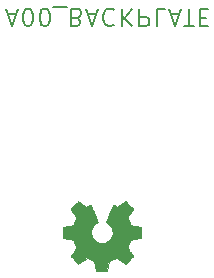
<source format=gbr>
G04 #@! TF.GenerationSoftware,KiCad,Pcbnew,5.1.5-52549c5~86~ubuntu18.04.1*
G04 #@! TF.CreationDate,2020-08-18T13:39:39-05:00*
G04 #@! TF.ProjectId,A00,4130302e-6b69-4636-9164-5f7063625858,rev?*
G04 #@! TF.SameCoordinates,Original*
G04 #@! TF.FileFunction,Legend,Bot*
G04 #@! TF.FilePolarity,Positive*
%FSLAX46Y46*%
G04 Gerber Fmt 4.6, Leading zero omitted, Abs format (unit mm)*
G04 Created by KiCad (PCBNEW 5.1.5-52549c5~86~ubuntu18.04.1) date 2020-08-18 13:39:39*
%MOMM*%
%LPD*%
G04 APERTURE LIST*
%ADD10C,0.150000*%
%ADD11C,0.010000*%
G04 APERTURE END LIST*
D10*
X114207400Y-100867400D02*
X114921685Y-100867400D01*
X114064542Y-100438828D02*
X114564542Y-101938828D01*
X115064542Y-100438828D01*
X115850257Y-101938828D02*
X115993114Y-101938828D01*
X116135971Y-101867400D01*
X116207400Y-101795971D01*
X116278828Y-101653114D01*
X116350257Y-101367400D01*
X116350257Y-101010257D01*
X116278828Y-100724542D01*
X116207400Y-100581685D01*
X116135971Y-100510257D01*
X115993114Y-100438828D01*
X115850257Y-100438828D01*
X115707400Y-100510257D01*
X115635971Y-100581685D01*
X115564542Y-100724542D01*
X115493114Y-101010257D01*
X115493114Y-101367400D01*
X115564542Y-101653114D01*
X115635971Y-101795971D01*
X115707400Y-101867400D01*
X115850257Y-101938828D01*
X117278828Y-101938828D02*
X117421685Y-101938828D01*
X117564542Y-101867400D01*
X117635971Y-101795971D01*
X117707400Y-101653114D01*
X117778828Y-101367400D01*
X117778828Y-101010257D01*
X117707400Y-100724542D01*
X117635971Y-100581685D01*
X117564542Y-100510257D01*
X117421685Y-100438828D01*
X117278828Y-100438828D01*
X117135971Y-100510257D01*
X117064542Y-100581685D01*
X116993114Y-100724542D01*
X116921685Y-101010257D01*
X116921685Y-101367400D01*
X116993114Y-101653114D01*
X117064542Y-101795971D01*
X117135971Y-101867400D01*
X117278828Y-101938828D01*
X118064542Y-100295971D02*
X119207400Y-100295971D01*
X120064542Y-101224542D02*
X120278828Y-101153114D01*
X120350257Y-101081685D01*
X120421685Y-100938828D01*
X120421685Y-100724542D01*
X120350257Y-100581685D01*
X120278828Y-100510257D01*
X120135971Y-100438828D01*
X119564542Y-100438828D01*
X119564542Y-101938828D01*
X120064542Y-101938828D01*
X120207400Y-101867400D01*
X120278828Y-101795971D01*
X120350257Y-101653114D01*
X120350257Y-101510257D01*
X120278828Y-101367400D01*
X120207400Y-101295971D01*
X120064542Y-101224542D01*
X119564542Y-101224542D01*
X120993114Y-100867400D02*
X121707400Y-100867400D01*
X120850257Y-100438828D02*
X121350257Y-101938828D01*
X121850257Y-100438828D01*
X123207400Y-100581685D02*
X123135971Y-100510257D01*
X122921685Y-100438828D01*
X122778828Y-100438828D01*
X122564542Y-100510257D01*
X122421685Y-100653114D01*
X122350257Y-100795971D01*
X122278828Y-101081685D01*
X122278828Y-101295971D01*
X122350257Y-101581685D01*
X122421685Y-101724542D01*
X122564542Y-101867400D01*
X122778828Y-101938828D01*
X122921685Y-101938828D01*
X123135971Y-101867400D01*
X123207400Y-101795971D01*
X123850257Y-100438828D02*
X123850257Y-101938828D01*
X124707400Y-100438828D02*
X124064542Y-101295971D01*
X124707400Y-101938828D02*
X123850257Y-101081685D01*
X125350257Y-100438828D02*
X125350257Y-101938828D01*
X125921685Y-101938828D01*
X126064542Y-101867400D01*
X126135971Y-101795971D01*
X126207400Y-101653114D01*
X126207400Y-101438828D01*
X126135971Y-101295971D01*
X126064542Y-101224542D01*
X125921685Y-101153114D01*
X125350257Y-101153114D01*
X127564542Y-100438828D02*
X126850257Y-100438828D01*
X126850257Y-101938828D01*
X127993114Y-100867400D02*
X128707400Y-100867400D01*
X127850257Y-100438828D02*
X128350257Y-101938828D01*
X128850257Y-100438828D01*
X129135971Y-101938828D02*
X129993114Y-101938828D01*
X129564542Y-100438828D02*
X129564542Y-101938828D01*
X130493114Y-101224542D02*
X130993114Y-101224542D01*
X131207400Y-100438828D02*
X130493114Y-100438828D01*
X130493114Y-101938828D01*
X131207400Y-101938828D01*
D11*
G36*
X122729814Y-122241269D02*
G01*
X122813635Y-121796645D01*
X123122920Y-121669147D01*
X123432206Y-121541649D01*
X123803246Y-121793954D01*
X123907157Y-121864204D01*
X124001087Y-121926928D01*
X124080652Y-121979262D01*
X124141470Y-122018343D01*
X124179157Y-122041307D01*
X124189421Y-122046258D01*
X124207910Y-122033524D01*
X124247420Y-121998318D01*
X124303522Y-121945138D01*
X124371787Y-121878482D01*
X124447786Y-121802846D01*
X124527092Y-121722728D01*
X124605275Y-121642626D01*
X124677907Y-121567036D01*
X124740559Y-121500455D01*
X124788803Y-121447382D01*
X124818210Y-121412313D01*
X124825241Y-121400577D01*
X124815123Y-121378940D01*
X124786759Y-121331538D01*
X124743129Y-121263007D01*
X124687218Y-121177985D01*
X124622006Y-121081107D01*
X124584219Y-121025850D01*
X124515343Y-120924952D01*
X124454140Y-120833901D01*
X124403578Y-120757230D01*
X124366628Y-120699472D01*
X124346258Y-120665157D01*
X124343197Y-120657946D01*
X124350136Y-120637452D01*
X124369051Y-120589687D01*
X124397087Y-120521368D01*
X124431391Y-120439211D01*
X124469109Y-120349930D01*
X124507387Y-120260242D01*
X124543370Y-120176862D01*
X124574206Y-120106506D01*
X124597039Y-120055890D01*
X124609017Y-120031729D01*
X124609724Y-120030778D01*
X124628531Y-120026164D01*
X124678618Y-120015872D01*
X124754793Y-120000913D01*
X124851865Y-119982299D01*
X124964643Y-119961041D01*
X125030442Y-119948782D01*
X125150950Y-119925838D01*
X125259797Y-119904005D01*
X125351476Y-119884478D01*
X125420481Y-119868452D01*
X125461304Y-119857121D01*
X125469511Y-119853526D01*
X125477548Y-119829194D01*
X125484033Y-119774241D01*
X125488970Y-119695092D01*
X125492364Y-119598174D01*
X125494218Y-119489913D01*
X125494538Y-119376735D01*
X125493327Y-119265065D01*
X125490590Y-119161332D01*
X125486331Y-119071959D01*
X125480555Y-119003374D01*
X125473267Y-118962003D01*
X125468895Y-118953390D01*
X125442764Y-118943067D01*
X125387393Y-118928308D01*
X125310107Y-118910848D01*
X125218230Y-118892420D01*
X125186158Y-118886459D01*
X125031524Y-118858134D01*
X124909375Y-118835324D01*
X124815673Y-118817120D01*
X124746384Y-118802617D01*
X124697471Y-118790908D01*
X124664897Y-118781085D01*
X124644628Y-118772244D01*
X124632626Y-118763476D01*
X124630947Y-118761743D01*
X124614184Y-118733829D01*
X124588614Y-118679505D01*
X124556788Y-118605423D01*
X124521260Y-118518235D01*
X124484583Y-118424592D01*
X124449311Y-118331148D01*
X124417996Y-118244553D01*
X124393193Y-118171460D01*
X124377454Y-118118522D01*
X124373332Y-118092389D01*
X124373676Y-118091474D01*
X124387641Y-118070114D01*
X124419322Y-118023116D01*
X124465391Y-117955373D01*
X124522518Y-117871777D01*
X124587373Y-117777218D01*
X124605843Y-117750346D01*
X124671699Y-117652925D01*
X124729650Y-117564037D01*
X124776538Y-117488788D01*
X124809207Y-117432280D01*
X124824500Y-117399619D01*
X124825241Y-117395607D01*
X124812392Y-117374516D01*
X124776888Y-117332736D01*
X124723293Y-117274755D01*
X124656171Y-117205065D01*
X124580087Y-117128155D01*
X124499604Y-117048517D01*
X124419287Y-116970639D01*
X124343699Y-116899014D01*
X124277405Y-116838130D01*
X124224969Y-116792479D01*
X124190955Y-116766550D01*
X124181545Y-116762317D01*
X124159643Y-116772288D01*
X124114800Y-116799180D01*
X124054321Y-116838464D01*
X124007789Y-116870083D01*
X123923475Y-116928102D01*
X123823626Y-116996416D01*
X123723473Y-117064621D01*
X123669627Y-117101125D01*
X123487371Y-117224400D01*
X123334381Y-117141680D01*
X123264682Y-117105441D01*
X123205414Y-117077274D01*
X123165311Y-117061209D01*
X123155103Y-117058974D01*
X123142829Y-117075478D01*
X123118613Y-117122118D01*
X123084263Y-117194591D01*
X123041588Y-117288594D01*
X122992394Y-117399826D01*
X122938490Y-117523985D01*
X122881684Y-117656768D01*
X122823782Y-117793873D01*
X122766593Y-117930998D01*
X122711924Y-118063842D01*
X122661584Y-118188102D01*
X122617380Y-118299475D01*
X122581119Y-118393661D01*
X122554609Y-118466356D01*
X122539658Y-118513259D01*
X122537254Y-118529367D01*
X122556311Y-118549914D01*
X122598036Y-118583267D01*
X122653706Y-118622498D01*
X122658378Y-118625601D01*
X122802264Y-118740777D01*
X122918283Y-118875147D01*
X123005430Y-119024416D01*
X123062699Y-119184287D01*
X123089086Y-119350463D01*
X123083585Y-119518648D01*
X123045190Y-119684545D01*
X122972895Y-119843858D01*
X122951626Y-119878713D01*
X122840996Y-120019463D01*
X122710302Y-120132486D01*
X122564064Y-120217197D01*
X122406808Y-120273006D01*
X122243057Y-120299326D01*
X122077333Y-120295570D01*
X121914162Y-120261150D01*
X121758065Y-120195477D01*
X121613567Y-120097965D01*
X121568869Y-120058387D01*
X121455112Y-119934497D01*
X121372218Y-119804076D01*
X121315356Y-119657885D01*
X121283687Y-119513112D01*
X121275869Y-119350340D01*
X121301938Y-119186760D01*
X121359245Y-119027902D01*
X121445144Y-118879294D01*
X121556986Y-118746465D01*
X121692123Y-118634944D01*
X121709883Y-118623189D01*
X121766150Y-118584692D01*
X121808923Y-118551337D01*
X121829372Y-118530040D01*
X121829669Y-118529367D01*
X121825279Y-118506329D01*
X121807876Y-118454043D01*
X121779268Y-118376810D01*
X121741265Y-118278932D01*
X121695674Y-118164709D01*
X121644303Y-118038442D01*
X121588962Y-117904433D01*
X121531458Y-117766982D01*
X121473601Y-117630392D01*
X121417198Y-117498963D01*
X121364058Y-117376995D01*
X121315990Y-117268791D01*
X121274801Y-117178651D01*
X121242301Y-117110877D01*
X121220297Y-117069770D01*
X121211436Y-117058974D01*
X121184360Y-117067381D01*
X121133697Y-117089928D01*
X121068183Y-117122587D01*
X121032159Y-117141680D01*
X120879168Y-117224400D01*
X120696912Y-117101125D01*
X120603875Y-117037972D01*
X120502015Y-116968473D01*
X120406562Y-116903035D01*
X120358750Y-116870083D01*
X120291505Y-116824927D01*
X120234564Y-116789143D01*
X120195354Y-116767262D01*
X120182619Y-116762637D01*
X120164083Y-116775115D01*
X120123059Y-116809948D01*
X120063525Y-116863522D01*
X119989458Y-116932217D01*
X119904835Y-117012419D01*
X119851315Y-117063914D01*
X119757681Y-117155914D01*
X119676759Y-117238201D01*
X119611823Y-117307255D01*
X119566142Y-117359556D01*
X119542989Y-117391584D01*
X119540768Y-117398084D01*
X119551076Y-117422806D01*
X119579561Y-117472795D01*
X119623063Y-117542988D01*
X119678423Y-117628325D01*
X119742480Y-117723744D01*
X119760697Y-117750346D01*
X119827073Y-117847033D01*
X119886622Y-117934083D01*
X119936016Y-118006605D01*
X119971925Y-118059707D01*
X119991019Y-118088497D01*
X119992864Y-118091474D01*
X119990105Y-118114418D01*
X119975462Y-118164864D01*
X119951487Y-118236159D01*
X119920734Y-118321653D01*
X119885756Y-118414693D01*
X119849107Y-118508626D01*
X119813339Y-118596801D01*
X119781006Y-118672566D01*
X119754662Y-118729269D01*
X119736858Y-118760257D01*
X119735593Y-118761743D01*
X119724706Y-118770599D01*
X119706318Y-118779357D01*
X119676394Y-118788923D01*
X119630897Y-118800204D01*
X119565791Y-118814107D01*
X119477039Y-118831537D01*
X119360607Y-118853402D01*
X119212458Y-118880609D01*
X119180382Y-118886459D01*
X119085314Y-118904826D01*
X119002435Y-118922795D01*
X118939070Y-118938631D01*
X118902542Y-118950600D01*
X118897644Y-118953390D01*
X118889573Y-118978128D01*
X118883013Y-119033410D01*
X118877967Y-119112811D01*
X118874441Y-119209904D01*
X118872439Y-119318262D01*
X118871964Y-119431460D01*
X118873023Y-119543072D01*
X118875618Y-119646671D01*
X118879754Y-119735832D01*
X118885437Y-119804128D01*
X118892669Y-119845134D01*
X118897029Y-119853526D01*
X118921302Y-119861992D01*
X118976574Y-119875765D01*
X119057338Y-119893650D01*
X119158088Y-119914452D01*
X119273317Y-119936977D01*
X119336098Y-119948782D01*
X119455213Y-119971049D01*
X119561435Y-119991221D01*
X119649573Y-120008285D01*
X119714434Y-120021231D01*
X119750826Y-120029045D01*
X119756816Y-120030778D01*
X119766939Y-120050310D01*
X119788338Y-120097357D01*
X119818161Y-120165197D01*
X119853555Y-120247109D01*
X119891668Y-120336372D01*
X119929647Y-120426265D01*
X119964640Y-120510065D01*
X119993794Y-120581053D01*
X120014257Y-120632506D01*
X120023177Y-120657703D01*
X120023343Y-120658804D01*
X120013231Y-120678681D01*
X119984883Y-120724423D01*
X119941277Y-120791483D01*
X119885394Y-120875316D01*
X119820213Y-120971374D01*
X119782321Y-121026550D01*
X119713275Y-121127719D01*
X119651950Y-121219570D01*
X119601337Y-121297456D01*
X119564429Y-121356731D01*
X119544218Y-121392749D01*
X119541299Y-121400823D01*
X119553847Y-121419616D01*
X119588537Y-121459743D01*
X119640937Y-121516707D01*
X119706616Y-121586015D01*
X119781144Y-121663169D01*
X119860087Y-121743675D01*
X119939017Y-121823037D01*
X120013500Y-121896760D01*
X120079106Y-121960348D01*
X120131404Y-122009306D01*
X120165961Y-122039139D01*
X120177522Y-122046258D01*
X120196346Y-122036247D01*
X120241369Y-122008122D01*
X120308213Y-121964746D01*
X120392501Y-121908982D01*
X120489856Y-121843694D01*
X120563293Y-121793954D01*
X120934333Y-121541649D01*
X121552905Y-121796645D01*
X121636725Y-122241269D01*
X121720546Y-122685893D01*
X122645994Y-122685893D01*
X122729814Y-122241269D01*
G37*
X122729814Y-122241269D02*
X122813635Y-121796645D01*
X123122920Y-121669147D01*
X123432206Y-121541649D01*
X123803246Y-121793954D01*
X123907157Y-121864204D01*
X124001087Y-121926928D01*
X124080652Y-121979262D01*
X124141470Y-122018343D01*
X124179157Y-122041307D01*
X124189421Y-122046258D01*
X124207910Y-122033524D01*
X124247420Y-121998318D01*
X124303522Y-121945138D01*
X124371787Y-121878482D01*
X124447786Y-121802846D01*
X124527092Y-121722728D01*
X124605275Y-121642626D01*
X124677907Y-121567036D01*
X124740559Y-121500455D01*
X124788803Y-121447382D01*
X124818210Y-121412313D01*
X124825241Y-121400577D01*
X124815123Y-121378940D01*
X124786759Y-121331538D01*
X124743129Y-121263007D01*
X124687218Y-121177985D01*
X124622006Y-121081107D01*
X124584219Y-121025850D01*
X124515343Y-120924952D01*
X124454140Y-120833901D01*
X124403578Y-120757230D01*
X124366628Y-120699472D01*
X124346258Y-120665157D01*
X124343197Y-120657946D01*
X124350136Y-120637452D01*
X124369051Y-120589687D01*
X124397087Y-120521368D01*
X124431391Y-120439211D01*
X124469109Y-120349930D01*
X124507387Y-120260242D01*
X124543370Y-120176862D01*
X124574206Y-120106506D01*
X124597039Y-120055890D01*
X124609017Y-120031729D01*
X124609724Y-120030778D01*
X124628531Y-120026164D01*
X124678618Y-120015872D01*
X124754793Y-120000913D01*
X124851865Y-119982299D01*
X124964643Y-119961041D01*
X125030442Y-119948782D01*
X125150950Y-119925838D01*
X125259797Y-119904005D01*
X125351476Y-119884478D01*
X125420481Y-119868452D01*
X125461304Y-119857121D01*
X125469511Y-119853526D01*
X125477548Y-119829194D01*
X125484033Y-119774241D01*
X125488970Y-119695092D01*
X125492364Y-119598174D01*
X125494218Y-119489913D01*
X125494538Y-119376735D01*
X125493327Y-119265065D01*
X125490590Y-119161332D01*
X125486331Y-119071959D01*
X125480555Y-119003374D01*
X125473267Y-118962003D01*
X125468895Y-118953390D01*
X125442764Y-118943067D01*
X125387393Y-118928308D01*
X125310107Y-118910848D01*
X125218230Y-118892420D01*
X125186158Y-118886459D01*
X125031524Y-118858134D01*
X124909375Y-118835324D01*
X124815673Y-118817120D01*
X124746384Y-118802617D01*
X124697471Y-118790908D01*
X124664897Y-118781085D01*
X124644628Y-118772244D01*
X124632626Y-118763476D01*
X124630947Y-118761743D01*
X124614184Y-118733829D01*
X124588614Y-118679505D01*
X124556788Y-118605423D01*
X124521260Y-118518235D01*
X124484583Y-118424592D01*
X124449311Y-118331148D01*
X124417996Y-118244553D01*
X124393193Y-118171460D01*
X124377454Y-118118522D01*
X124373332Y-118092389D01*
X124373676Y-118091474D01*
X124387641Y-118070114D01*
X124419322Y-118023116D01*
X124465391Y-117955373D01*
X124522518Y-117871777D01*
X124587373Y-117777218D01*
X124605843Y-117750346D01*
X124671699Y-117652925D01*
X124729650Y-117564037D01*
X124776538Y-117488788D01*
X124809207Y-117432280D01*
X124824500Y-117399619D01*
X124825241Y-117395607D01*
X124812392Y-117374516D01*
X124776888Y-117332736D01*
X124723293Y-117274755D01*
X124656171Y-117205065D01*
X124580087Y-117128155D01*
X124499604Y-117048517D01*
X124419287Y-116970639D01*
X124343699Y-116899014D01*
X124277405Y-116838130D01*
X124224969Y-116792479D01*
X124190955Y-116766550D01*
X124181545Y-116762317D01*
X124159643Y-116772288D01*
X124114800Y-116799180D01*
X124054321Y-116838464D01*
X124007789Y-116870083D01*
X123923475Y-116928102D01*
X123823626Y-116996416D01*
X123723473Y-117064621D01*
X123669627Y-117101125D01*
X123487371Y-117224400D01*
X123334381Y-117141680D01*
X123264682Y-117105441D01*
X123205414Y-117077274D01*
X123165311Y-117061209D01*
X123155103Y-117058974D01*
X123142829Y-117075478D01*
X123118613Y-117122118D01*
X123084263Y-117194591D01*
X123041588Y-117288594D01*
X122992394Y-117399826D01*
X122938490Y-117523985D01*
X122881684Y-117656768D01*
X122823782Y-117793873D01*
X122766593Y-117930998D01*
X122711924Y-118063842D01*
X122661584Y-118188102D01*
X122617380Y-118299475D01*
X122581119Y-118393661D01*
X122554609Y-118466356D01*
X122539658Y-118513259D01*
X122537254Y-118529367D01*
X122556311Y-118549914D01*
X122598036Y-118583267D01*
X122653706Y-118622498D01*
X122658378Y-118625601D01*
X122802264Y-118740777D01*
X122918283Y-118875147D01*
X123005430Y-119024416D01*
X123062699Y-119184287D01*
X123089086Y-119350463D01*
X123083585Y-119518648D01*
X123045190Y-119684545D01*
X122972895Y-119843858D01*
X122951626Y-119878713D01*
X122840996Y-120019463D01*
X122710302Y-120132486D01*
X122564064Y-120217197D01*
X122406808Y-120273006D01*
X122243057Y-120299326D01*
X122077333Y-120295570D01*
X121914162Y-120261150D01*
X121758065Y-120195477D01*
X121613567Y-120097965D01*
X121568869Y-120058387D01*
X121455112Y-119934497D01*
X121372218Y-119804076D01*
X121315356Y-119657885D01*
X121283687Y-119513112D01*
X121275869Y-119350340D01*
X121301938Y-119186760D01*
X121359245Y-119027902D01*
X121445144Y-118879294D01*
X121556986Y-118746465D01*
X121692123Y-118634944D01*
X121709883Y-118623189D01*
X121766150Y-118584692D01*
X121808923Y-118551337D01*
X121829372Y-118530040D01*
X121829669Y-118529367D01*
X121825279Y-118506329D01*
X121807876Y-118454043D01*
X121779268Y-118376810D01*
X121741265Y-118278932D01*
X121695674Y-118164709D01*
X121644303Y-118038442D01*
X121588962Y-117904433D01*
X121531458Y-117766982D01*
X121473601Y-117630392D01*
X121417198Y-117498963D01*
X121364058Y-117376995D01*
X121315990Y-117268791D01*
X121274801Y-117178651D01*
X121242301Y-117110877D01*
X121220297Y-117069770D01*
X121211436Y-117058974D01*
X121184360Y-117067381D01*
X121133697Y-117089928D01*
X121068183Y-117122587D01*
X121032159Y-117141680D01*
X120879168Y-117224400D01*
X120696912Y-117101125D01*
X120603875Y-117037972D01*
X120502015Y-116968473D01*
X120406562Y-116903035D01*
X120358750Y-116870083D01*
X120291505Y-116824927D01*
X120234564Y-116789143D01*
X120195354Y-116767262D01*
X120182619Y-116762637D01*
X120164083Y-116775115D01*
X120123059Y-116809948D01*
X120063525Y-116863522D01*
X119989458Y-116932217D01*
X119904835Y-117012419D01*
X119851315Y-117063914D01*
X119757681Y-117155914D01*
X119676759Y-117238201D01*
X119611823Y-117307255D01*
X119566142Y-117359556D01*
X119542989Y-117391584D01*
X119540768Y-117398084D01*
X119551076Y-117422806D01*
X119579561Y-117472795D01*
X119623063Y-117542988D01*
X119678423Y-117628325D01*
X119742480Y-117723744D01*
X119760697Y-117750346D01*
X119827073Y-117847033D01*
X119886622Y-117934083D01*
X119936016Y-118006605D01*
X119971925Y-118059707D01*
X119991019Y-118088497D01*
X119992864Y-118091474D01*
X119990105Y-118114418D01*
X119975462Y-118164864D01*
X119951487Y-118236159D01*
X119920734Y-118321653D01*
X119885756Y-118414693D01*
X119849107Y-118508626D01*
X119813339Y-118596801D01*
X119781006Y-118672566D01*
X119754662Y-118729269D01*
X119736858Y-118760257D01*
X119735593Y-118761743D01*
X119724706Y-118770599D01*
X119706318Y-118779357D01*
X119676394Y-118788923D01*
X119630897Y-118800204D01*
X119565791Y-118814107D01*
X119477039Y-118831537D01*
X119360607Y-118853402D01*
X119212458Y-118880609D01*
X119180382Y-118886459D01*
X119085314Y-118904826D01*
X119002435Y-118922795D01*
X118939070Y-118938631D01*
X118902542Y-118950600D01*
X118897644Y-118953390D01*
X118889573Y-118978128D01*
X118883013Y-119033410D01*
X118877967Y-119112811D01*
X118874441Y-119209904D01*
X118872439Y-119318262D01*
X118871964Y-119431460D01*
X118873023Y-119543072D01*
X118875618Y-119646671D01*
X118879754Y-119735832D01*
X118885437Y-119804128D01*
X118892669Y-119845134D01*
X118897029Y-119853526D01*
X118921302Y-119861992D01*
X118976574Y-119875765D01*
X119057338Y-119893650D01*
X119158088Y-119914452D01*
X119273317Y-119936977D01*
X119336098Y-119948782D01*
X119455213Y-119971049D01*
X119561435Y-119991221D01*
X119649573Y-120008285D01*
X119714434Y-120021231D01*
X119750826Y-120029045D01*
X119756816Y-120030778D01*
X119766939Y-120050310D01*
X119788338Y-120097357D01*
X119818161Y-120165197D01*
X119853555Y-120247109D01*
X119891668Y-120336372D01*
X119929647Y-120426265D01*
X119964640Y-120510065D01*
X119993794Y-120581053D01*
X120014257Y-120632506D01*
X120023177Y-120657703D01*
X120023343Y-120658804D01*
X120013231Y-120678681D01*
X119984883Y-120724423D01*
X119941277Y-120791483D01*
X119885394Y-120875316D01*
X119820213Y-120971374D01*
X119782321Y-121026550D01*
X119713275Y-121127719D01*
X119651950Y-121219570D01*
X119601337Y-121297456D01*
X119564429Y-121356731D01*
X119544218Y-121392749D01*
X119541299Y-121400823D01*
X119553847Y-121419616D01*
X119588537Y-121459743D01*
X119640937Y-121516707D01*
X119706616Y-121586015D01*
X119781144Y-121663169D01*
X119860087Y-121743675D01*
X119939017Y-121823037D01*
X120013500Y-121896760D01*
X120079106Y-121960348D01*
X120131404Y-122009306D01*
X120165961Y-122039139D01*
X120177522Y-122046258D01*
X120196346Y-122036247D01*
X120241369Y-122008122D01*
X120308213Y-121964746D01*
X120392501Y-121908982D01*
X120489856Y-121843694D01*
X120563293Y-121793954D01*
X120934333Y-121541649D01*
X121552905Y-121796645D01*
X121636725Y-122241269D01*
X121720546Y-122685893D01*
X122645994Y-122685893D01*
X122729814Y-122241269D01*
M02*

</source>
